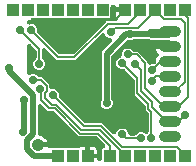
<source format=gbr>
G04 EAGLE Gerber RS-274X export*
G75*
%MOMM*%
%FSLAX34Y34*%
%LPD*%
%INBottom Copper*%
%IPPOS*%
%AMOC8*
5,1,8,0,0,1.08239X$1,22.5*%
G01*
%ADD10C,1.054000*%
%ADD11C,0.965200*%
%ADD12R,1.016000X1.016000*%
%ADD13C,0.705600*%
%ADD14C,0.508000*%
%ADD15C,0.762000*%
%ADD16C,0.152400*%
%ADD17C,0.254000*%

G36*
X147651Y25308D02*
X147651Y25308D01*
X147678Y25306D01*
X147851Y25328D01*
X148025Y25345D01*
X148050Y25353D01*
X148077Y25357D01*
X148243Y25412D01*
X148410Y25464D01*
X148433Y25476D01*
X148459Y25485D01*
X148610Y25572D01*
X148764Y25655D01*
X148784Y25672D01*
X148808Y25686D01*
X149061Y25900D01*
X150462Y27302D01*
X152319Y28071D01*
X154330Y28071D01*
X156189Y27301D01*
X156333Y27185D01*
X156482Y27063D01*
X156490Y27059D01*
X156497Y27053D01*
X156667Y26965D01*
X156838Y26875D01*
X156846Y26872D01*
X156854Y26868D01*
X157039Y26815D01*
X157224Y26760D01*
X157233Y26759D01*
X157241Y26756D01*
X157433Y26741D01*
X157625Y26723D01*
X157634Y26724D01*
X157643Y26724D01*
X157833Y26746D01*
X158025Y26767D01*
X158033Y26769D01*
X158042Y26770D01*
X158226Y26830D01*
X158409Y26888D01*
X158417Y26892D01*
X158425Y26895D01*
X158594Y26991D01*
X158761Y27083D01*
X158768Y27089D01*
X158776Y27093D01*
X158922Y27219D01*
X159068Y27343D01*
X159074Y27351D01*
X159081Y27356D01*
X159198Y27508D01*
X159318Y27659D01*
X159322Y27667D01*
X159327Y27674D01*
X159413Y27846D01*
X159500Y28018D01*
X159503Y28027D01*
X159507Y28035D01*
X159557Y28221D01*
X159608Y28406D01*
X159609Y28415D01*
X159611Y28424D01*
X159638Y28754D01*
X159638Y43628D01*
X159636Y43655D01*
X159638Y43682D01*
X159616Y43855D01*
X159598Y44029D01*
X159591Y44054D01*
X159587Y44081D01*
X159532Y44247D01*
X159480Y44414D01*
X159467Y44437D01*
X159459Y44463D01*
X159372Y44614D01*
X159288Y44768D01*
X159271Y44788D01*
X159258Y44812D01*
X159043Y45065D01*
X157003Y47105D01*
X157003Y50023D01*
X157000Y50050D01*
X157002Y50076D01*
X156980Y50250D01*
X156963Y50424D01*
X156955Y50449D01*
X156952Y50476D01*
X156896Y50641D01*
X156845Y50809D01*
X156832Y50832D01*
X156824Y50857D01*
X156736Y51009D01*
X156653Y51163D01*
X156636Y51183D01*
X156623Y51206D01*
X156408Y51459D01*
X147898Y59969D01*
X147898Y71864D01*
X147895Y71891D01*
X147897Y71917D01*
X147875Y72091D01*
X147858Y72265D01*
X147850Y72290D01*
X147847Y72317D01*
X147791Y72483D01*
X147740Y72650D01*
X147727Y72673D01*
X147719Y72699D01*
X147631Y72850D01*
X147548Y73004D01*
X147531Y73024D01*
X147518Y73047D01*
X147303Y73300D01*
X139732Y80871D01*
X139712Y80888D01*
X139694Y80908D01*
X139556Y81015D01*
X139421Y81126D01*
X139397Y81139D01*
X139376Y81155D01*
X139219Y81233D01*
X139065Y81315D01*
X139040Y81322D01*
X139016Y81334D01*
X138846Y81380D01*
X138679Y81430D01*
X138653Y81432D01*
X138627Y81439D01*
X138296Y81466D01*
X136314Y81466D01*
X134457Y82235D01*
X133035Y83657D01*
X132266Y85514D01*
X132266Y87524D01*
X133035Y89381D01*
X134457Y90802D01*
X135632Y91289D01*
X135652Y91300D01*
X135673Y91307D01*
X135829Y91395D01*
X135987Y91479D01*
X136004Y91494D01*
X136024Y91505D01*
X136159Y91621D01*
X136297Y91736D01*
X136312Y91753D01*
X136328Y91768D01*
X136438Y91909D01*
X136551Y92048D01*
X136562Y92068D01*
X136575Y92086D01*
X136655Y92246D01*
X136738Y92405D01*
X136744Y92426D01*
X136754Y92446D01*
X136801Y92620D01*
X136851Y92791D01*
X136853Y92814D01*
X136859Y92835D01*
X136886Y93166D01*
X136886Y94922D01*
X137655Y96779D01*
X139077Y98201D01*
X140934Y98970D01*
X142944Y98970D01*
X144801Y98201D01*
X146203Y96799D01*
X146224Y96782D01*
X146241Y96761D01*
X146379Y96654D01*
X146514Y96544D01*
X146538Y96531D01*
X146559Y96515D01*
X146716Y96437D01*
X146870Y96355D01*
X146896Y96347D01*
X146920Y96335D01*
X147089Y96290D01*
X147256Y96240D01*
X147283Y96238D01*
X147308Y96231D01*
X147639Y96204D01*
X150315Y96204D01*
X158567Y87951D01*
X158567Y87284D01*
X158569Y87270D01*
X158568Y87257D01*
X158589Y87071D01*
X158607Y86883D01*
X158611Y86870D01*
X158613Y86857D01*
X158670Y86678D01*
X158726Y86498D01*
X158732Y86486D01*
X158736Y86474D01*
X158828Y86310D01*
X158917Y86144D01*
X158926Y86134D01*
X158932Y86122D01*
X159054Y85980D01*
X159175Y85835D01*
X159186Y85827D01*
X159194Y85816D01*
X159342Y85700D01*
X159489Y85583D01*
X159501Y85576D01*
X159511Y85568D01*
X159680Y85483D01*
X159846Y85397D01*
X159859Y85393D01*
X159871Y85387D01*
X160052Y85338D01*
X160233Y85286D01*
X160246Y85285D01*
X160259Y85281D01*
X160446Y85268D01*
X160634Y85253D01*
X160648Y85254D01*
X160661Y85254D01*
X160847Y85278D01*
X161034Y85300D01*
X161047Y85304D01*
X161060Y85306D01*
X161376Y85407D01*
X161619Y85508D01*
X163601Y85508D01*
X163628Y85510D01*
X163655Y85508D01*
X163828Y85530D01*
X164002Y85548D01*
X164027Y85555D01*
X164054Y85559D01*
X164220Y85614D01*
X164387Y85666D01*
X164410Y85679D01*
X164436Y85687D01*
X164587Y85774D01*
X164741Y85858D01*
X164761Y85875D01*
X164785Y85888D01*
X165038Y86103D01*
X165552Y86617D01*
X165569Y86638D01*
X165589Y86655D01*
X165696Y86793D01*
X165807Y86929D01*
X165820Y86952D01*
X165836Y86973D01*
X165914Y87130D01*
X165996Y87284D01*
X166003Y87310D01*
X166015Y87334D01*
X166061Y87503D01*
X166111Y87670D01*
X166113Y87697D01*
X166120Y87723D01*
X166147Y88053D01*
X166147Y89369D01*
X167114Y91704D01*
X167712Y92301D01*
X167723Y92315D01*
X167737Y92327D01*
X167850Y92470D01*
X167967Y92613D01*
X167975Y92629D01*
X167986Y92643D01*
X168069Y92805D01*
X168155Y92969D01*
X168161Y92986D01*
X168169Y93002D01*
X168218Y93178D01*
X168270Y93355D01*
X168272Y93372D01*
X168277Y93390D01*
X168290Y93573D01*
X168307Y93756D01*
X168305Y93773D01*
X168306Y93791D01*
X168283Y93973D01*
X168263Y94156D01*
X168258Y94173D01*
X168256Y94191D01*
X168197Y94364D01*
X168142Y94540D01*
X168133Y94555D01*
X168127Y94572D01*
X168036Y94731D01*
X167947Y94892D01*
X167935Y94906D01*
X167926Y94921D01*
X167712Y95174D01*
X166776Y96110D01*
X165969Y97317D01*
X165523Y98394D01*
X176943Y98394D01*
X176960Y98396D01*
X176978Y98394D01*
X177160Y98416D01*
X177343Y98434D01*
X177360Y98439D01*
X177378Y98441D01*
X177553Y98498D01*
X177728Y98552D01*
X177744Y98560D01*
X177761Y98566D01*
X177921Y98656D01*
X178082Y98744D01*
X178096Y98755D01*
X178111Y98764D01*
X178251Y98884D01*
X178391Y99002D01*
X178403Y99015D01*
X178416Y99027D01*
X178529Y99172D01*
X178644Y99315D01*
X178652Y99331D01*
X178663Y99345D01*
X178745Y99510D01*
X178829Y99673D01*
X178834Y99690D01*
X178842Y99706D01*
X178890Y99884D01*
X178941Y100059D01*
X178942Y100077D01*
X178947Y100094D01*
X178974Y100425D01*
X178974Y101187D01*
X178972Y101205D01*
X178973Y101223D01*
X178952Y101405D01*
X178934Y101588D01*
X178929Y101605D01*
X178927Y101623D01*
X178870Y101797D01*
X178816Y101973D01*
X178807Y101988D01*
X178802Y102005D01*
X178711Y102166D01*
X178624Y102327D01*
X178613Y102340D01*
X178604Y102356D01*
X178484Y102495D01*
X178366Y102636D01*
X178352Y102647D01*
X178341Y102661D01*
X178196Y102773D01*
X178053Y102888D01*
X178037Y102897D01*
X178023Y102908D01*
X177858Y102990D01*
X177695Y103074D01*
X177678Y103079D01*
X177662Y103087D01*
X177484Y103135D01*
X177308Y103185D01*
X177291Y103187D01*
X177273Y103191D01*
X176943Y103219D01*
X165523Y103219D01*
X165754Y103775D01*
X165758Y103788D01*
X165764Y103800D01*
X165816Y103980D01*
X165870Y104161D01*
X165872Y104174D01*
X165875Y104187D01*
X165891Y104376D01*
X165909Y104562D01*
X165907Y104575D01*
X165908Y104588D01*
X165886Y104775D01*
X165867Y104962D01*
X165863Y104975D01*
X165861Y104988D01*
X165803Y105167D01*
X165747Y105346D01*
X165741Y105358D01*
X165737Y105371D01*
X165644Y105535D01*
X165554Y105700D01*
X165545Y105710D01*
X165539Y105722D01*
X165416Y105864D01*
X165295Y106008D01*
X165284Y106016D01*
X165275Y106026D01*
X165127Y106141D01*
X164980Y106259D01*
X164968Y106265D01*
X164957Y106273D01*
X164789Y106357D01*
X164622Y106443D01*
X164609Y106446D01*
X164597Y106452D01*
X164415Y106501D01*
X164234Y106552D01*
X164221Y106553D01*
X164208Y106557D01*
X163877Y106584D01*
X160864Y106584D01*
X160710Y106648D01*
X160680Y106657D01*
X160652Y106671D01*
X160487Y106715D01*
X160324Y106764D01*
X160293Y106767D01*
X160263Y106775D01*
X159932Y106803D01*
X147609Y106803D01*
X147578Y106799D01*
X147546Y106802D01*
X147377Y106779D01*
X147208Y106763D01*
X147178Y106753D01*
X147147Y106749D01*
X146831Y106648D01*
X144819Y105815D01*
X142809Y105815D01*
X142736Y105845D01*
X142714Y105852D01*
X142694Y105862D01*
X142521Y105910D01*
X142350Y105962D01*
X142328Y105964D01*
X142306Y105970D01*
X142127Y105983D01*
X141949Y106000D01*
X141927Y105997D01*
X141905Y105999D01*
X141727Y105977D01*
X141549Y105958D01*
X141528Y105951D01*
X141505Y105949D01*
X141336Y105892D01*
X141165Y105838D01*
X141145Y105827D01*
X141124Y105820D01*
X140969Y105731D01*
X140811Y105645D01*
X140794Y105631D01*
X140775Y105619D01*
X140522Y105405D01*
X128656Y93539D01*
X128639Y93518D01*
X128619Y93501D01*
X128512Y93363D01*
X128401Y93227D01*
X128388Y93204D01*
X128372Y93182D01*
X128294Y93025D01*
X128212Y92871D01*
X128205Y92846D01*
X128193Y92822D01*
X128147Y92652D01*
X128097Y92486D01*
X128095Y92459D01*
X128088Y92433D01*
X128061Y92102D01*
X128061Y56404D01*
X128064Y56373D01*
X128062Y56341D01*
X128084Y56172D01*
X128101Y56003D01*
X128110Y55973D01*
X128114Y55942D01*
X128216Y55626D01*
X129049Y53614D01*
X129049Y51604D01*
X128280Y49747D01*
X126858Y48326D01*
X125001Y47557D01*
X122991Y47557D01*
X121134Y48326D01*
X119713Y49747D01*
X118943Y51604D01*
X118943Y53614D01*
X119777Y55626D01*
X119786Y55656D01*
X119800Y55684D01*
X119844Y55849D01*
X119893Y56012D01*
X119896Y56043D01*
X119904Y56073D01*
X119931Y56404D01*
X119931Y95436D01*
X120550Y96930D01*
X121979Y98359D01*
X128209Y104589D01*
X128215Y104596D01*
X128222Y104602D01*
X128342Y104751D01*
X128465Y104901D01*
X128469Y104908D01*
X128474Y104915D01*
X128563Y105086D01*
X128653Y105256D01*
X128656Y105265D01*
X128660Y105273D01*
X128713Y105457D01*
X128768Y105642D01*
X128769Y105651D01*
X128771Y105660D01*
X128787Y105851D01*
X128804Y106043D01*
X128803Y106052D01*
X128804Y106061D01*
X128782Y106250D01*
X128761Y106443D01*
X128758Y106452D01*
X128757Y106461D01*
X128698Y106643D01*
X128639Y106827D01*
X128635Y106835D01*
X128632Y106844D01*
X128537Y107012D01*
X128445Y107180D01*
X128439Y107186D01*
X128434Y107194D01*
X128308Y107340D01*
X128184Y107487D01*
X128177Y107492D01*
X128171Y107499D01*
X128020Y107616D01*
X127868Y107736D01*
X127860Y107740D01*
X127853Y107746D01*
X127681Y107831D01*
X127509Y107919D01*
X127501Y107921D01*
X127493Y107925D01*
X127306Y107975D01*
X127121Y108027D01*
X127112Y108027D01*
X127104Y108030D01*
X126773Y108057D01*
X126392Y108057D01*
X124535Y108826D01*
X123113Y110247D01*
X122967Y110601D01*
X122960Y110613D01*
X122956Y110626D01*
X122865Y110790D01*
X122777Y110956D01*
X122768Y110967D01*
X122761Y110978D01*
X122640Y111121D01*
X122520Y111267D01*
X122510Y111275D01*
X122501Y111285D01*
X122353Y111402D01*
X122207Y111520D01*
X122196Y111527D01*
X122185Y111535D01*
X122017Y111620D01*
X121851Y111707D01*
X121838Y111711D01*
X121826Y111717D01*
X121645Y111768D01*
X121465Y111821D01*
X121451Y111822D01*
X121438Y111825D01*
X121250Y111839D01*
X121063Y111855D01*
X121050Y111854D01*
X121037Y111855D01*
X120849Y111831D01*
X120663Y111810D01*
X120651Y111806D01*
X120637Y111804D01*
X120460Y111745D01*
X120280Y111687D01*
X120268Y111680D01*
X120256Y111676D01*
X120093Y111582D01*
X119929Y111491D01*
X119918Y111482D01*
X119907Y111475D01*
X119654Y111260D01*
X97785Y89391D01*
X82000Y89391D01*
X72826Y98565D01*
X72819Y98571D01*
X72814Y98577D01*
X72664Y98698D01*
X72515Y98820D01*
X72507Y98824D01*
X72500Y98830D01*
X72329Y98918D01*
X72159Y99009D01*
X72150Y99011D01*
X72142Y99015D01*
X71958Y99068D01*
X71773Y99123D01*
X71764Y99124D01*
X71756Y99127D01*
X71564Y99142D01*
X71372Y99160D01*
X71363Y99159D01*
X71354Y99160D01*
X71165Y99137D01*
X70972Y99116D01*
X70963Y99114D01*
X70954Y99113D01*
X70772Y99053D01*
X70588Y98995D01*
X70580Y98991D01*
X70572Y98988D01*
X70403Y98893D01*
X70236Y98800D01*
X70229Y98794D01*
X70221Y98790D01*
X70075Y98664D01*
X69929Y98540D01*
X69923Y98533D01*
X69916Y98527D01*
X69799Y98375D01*
X69679Y98224D01*
X69675Y98216D01*
X69670Y98209D01*
X69583Y98035D01*
X69497Y97865D01*
X69494Y97856D01*
X69490Y97848D01*
X69440Y97662D01*
X69389Y97477D01*
X69388Y97468D01*
X69386Y97459D01*
X69359Y97129D01*
X69359Y91518D01*
X69361Y91491D01*
X69359Y91465D01*
X69381Y91291D01*
X69399Y91117D01*
X69406Y91092D01*
X69410Y91065D01*
X69465Y90900D01*
X69517Y90733D01*
X69529Y90709D01*
X69538Y90684D01*
X69625Y90532D01*
X69708Y90378D01*
X69725Y90358D01*
X69739Y90335D01*
X69954Y90082D01*
X71396Y88639D01*
X72165Y86782D01*
X72165Y84772D01*
X71396Y82915D01*
X69975Y81494D01*
X68118Y80724D01*
X66107Y80724D01*
X64250Y81494D01*
X62829Y82915D01*
X62060Y84772D01*
X62060Y86782D01*
X62829Y88639D01*
X64190Y90000D01*
X64207Y90021D01*
X64227Y90039D01*
X64334Y90177D01*
X64445Y90312D01*
X64458Y90336D01*
X64474Y90357D01*
X64552Y90514D01*
X64634Y90668D01*
X64641Y90693D01*
X64653Y90717D01*
X64699Y90887D01*
X64749Y91054D01*
X64751Y91080D01*
X64758Y91106D01*
X64785Y91437D01*
X64785Y96636D01*
X64782Y96663D01*
X64784Y96690D01*
X64763Y96864D01*
X64745Y97037D01*
X64737Y97063D01*
X64734Y97089D01*
X64678Y97255D01*
X64627Y97422D01*
X64614Y97446D01*
X64606Y97471D01*
X64519Y97622D01*
X64435Y97776D01*
X64418Y97796D01*
X64405Y97820D01*
X64190Y98073D01*
X60174Y102089D01*
X60167Y102095D01*
X60161Y102102D01*
X60012Y102222D01*
X59862Y102344D01*
X59854Y102348D01*
X59847Y102354D01*
X59677Y102442D01*
X59507Y102533D01*
X59498Y102535D01*
X59490Y102539D01*
X59305Y102593D01*
X59121Y102648D01*
X59112Y102648D01*
X59103Y102651D01*
X58912Y102667D01*
X58720Y102684D01*
X58711Y102683D01*
X58702Y102684D01*
X58513Y102662D01*
X58319Y102641D01*
X58311Y102638D01*
X58302Y102637D01*
X58120Y102577D01*
X57936Y102519D01*
X57928Y102515D01*
X57919Y102512D01*
X57751Y102417D01*
X57583Y102324D01*
X57577Y102319D01*
X57569Y102314D01*
X57423Y102188D01*
X57276Y102064D01*
X57271Y102057D01*
X57264Y102051D01*
X57147Y101900D01*
X57027Y101748D01*
X57023Y101740D01*
X57017Y101733D01*
X56932Y101561D01*
X56844Y101389D01*
X56842Y101380D01*
X56838Y101372D01*
X56788Y101186D01*
X56736Y101001D01*
X56736Y100992D01*
X56733Y100984D01*
X56706Y100653D01*
X56706Y78584D01*
X56708Y78570D01*
X56706Y78557D01*
X56727Y78371D01*
X56746Y78183D01*
X56750Y78170D01*
X56752Y78157D01*
X56809Y77979D01*
X56864Y77798D01*
X56871Y77786D01*
X56875Y77774D01*
X56967Y77609D01*
X57056Y77444D01*
X57065Y77434D01*
X57071Y77422D01*
X57194Y77278D01*
X57314Y77135D01*
X57324Y77127D01*
X57333Y77116D01*
X57482Y77000D01*
X57628Y76883D01*
X57639Y76876D01*
X57650Y76868D01*
X57819Y76783D01*
X57985Y76697D01*
X57998Y76693D01*
X58010Y76687D01*
X58192Y76638D01*
X58372Y76586D01*
X58385Y76585D01*
X58398Y76581D01*
X58586Y76568D01*
X58773Y76553D01*
X58786Y76554D01*
X58800Y76553D01*
X58988Y76578D01*
X59173Y76600D01*
X59186Y76604D01*
X59199Y76606D01*
X59515Y76707D01*
X60907Y77284D01*
X62918Y77284D01*
X64775Y76515D01*
X66176Y75113D01*
X66197Y75096D01*
X66215Y75076D01*
X66353Y74969D01*
X66488Y74858D01*
X66512Y74845D01*
X66533Y74829D01*
X66689Y74751D01*
X66844Y74669D01*
X66869Y74662D01*
X66893Y74650D01*
X67062Y74604D01*
X67230Y74554D01*
X67256Y74552D01*
X67282Y74545D01*
X67613Y74518D01*
X69494Y74518D01*
X75569Y68443D01*
X75569Y66615D01*
X75571Y66597D01*
X75570Y66580D01*
X75591Y66397D01*
X75609Y66215D01*
X75615Y66198D01*
X75617Y66180D01*
X75674Y66005D01*
X75728Y65830D01*
X75736Y65814D01*
X75742Y65797D01*
X75832Y65637D01*
X75919Y65476D01*
X75931Y65462D01*
X75939Y65446D01*
X76060Y65307D01*
X76177Y65166D01*
X76191Y65155D01*
X76203Y65142D01*
X76348Y65029D01*
X76491Y64914D01*
X76507Y64906D01*
X76521Y64895D01*
X76686Y64813D01*
X76848Y64729D01*
X76865Y64724D01*
X76881Y64716D01*
X77059Y64668D01*
X77235Y64617D01*
X77253Y64616D01*
X77270Y64611D01*
X77601Y64584D01*
X79586Y64584D01*
X81443Y63815D01*
X82865Y62393D01*
X83634Y60536D01*
X83634Y58378D01*
X83637Y58352D01*
X83635Y58327D01*
X83656Y58152D01*
X83674Y57978D01*
X83681Y57953D01*
X83685Y57927D01*
X83740Y57761D01*
X83792Y57593D01*
X83804Y57570D01*
X83813Y57545D01*
X83900Y57393D01*
X83984Y57239D01*
X84000Y57219D01*
X84013Y57196D01*
X84228Y56943D01*
X105042Y36093D01*
X105064Y36076D01*
X105082Y36055D01*
X105219Y35949D01*
X105353Y35838D01*
X105378Y35825D01*
X105400Y35808D01*
X105555Y35731D01*
X105709Y35649D01*
X105735Y35641D01*
X105760Y35629D01*
X105929Y35584D01*
X106095Y35534D01*
X106122Y35532D01*
X106149Y35524D01*
X106480Y35497D01*
X120479Y35497D01*
X129095Y26881D01*
X129105Y26873D01*
X129114Y26862D01*
X129261Y26745D01*
X129406Y26626D01*
X129418Y26620D01*
X129428Y26612D01*
X129598Y26525D01*
X129762Y26438D01*
X129774Y26434D01*
X129786Y26428D01*
X129968Y26376D01*
X130148Y26323D01*
X130161Y26322D01*
X130174Y26318D01*
X130359Y26304D01*
X130549Y26286D01*
X130562Y26288D01*
X130575Y26287D01*
X130760Y26309D01*
X130949Y26330D01*
X130962Y26334D01*
X130975Y26335D01*
X131152Y26394D01*
X131333Y26451D01*
X131345Y26458D01*
X131357Y26462D01*
X131520Y26555D01*
X131685Y26646D01*
X131695Y26655D01*
X131707Y26661D01*
X131848Y26785D01*
X131992Y26907D01*
X132000Y26917D01*
X132010Y26926D01*
X132125Y27075D01*
X132242Y27223D01*
X132248Y27234D01*
X132256Y27245D01*
X132407Y27540D01*
X133035Y29056D01*
X134457Y30477D01*
X136314Y31246D01*
X138324Y31246D01*
X140181Y30477D01*
X141602Y29056D01*
X142389Y27157D01*
X142393Y27119D01*
X142411Y26936D01*
X142417Y26919D01*
X142419Y26901D01*
X142476Y26727D01*
X142530Y26551D01*
X142538Y26536D01*
X142544Y26519D01*
X142634Y26358D01*
X142721Y26197D01*
X142733Y26184D01*
X142741Y26168D01*
X142862Y26029D01*
X142979Y25888D01*
X142993Y25877D01*
X143005Y25863D01*
X143150Y25751D01*
X143293Y25636D01*
X143309Y25627D01*
X143323Y25616D01*
X143488Y25534D01*
X143650Y25450D01*
X143667Y25445D01*
X143683Y25437D01*
X143861Y25389D01*
X144037Y25339D01*
X144055Y25337D01*
X144072Y25333D01*
X144403Y25305D01*
X147624Y25305D01*
X147651Y25308D01*
G37*
G36*
X95075Y93968D02*
X95075Y93968D01*
X95102Y93966D01*
X95276Y93987D01*
X95450Y94005D01*
X95475Y94013D01*
X95502Y94016D01*
X95667Y94072D01*
X95834Y94123D01*
X95858Y94136D01*
X95883Y94144D01*
X96035Y94232D01*
X96188Y94315D01*
X96209Y94332D01*
X96232Y94345D01*
X96485Y94560D01*
X123616Y121690D01*
X123621Y121697D01*
X123628Y121703D01*
X123748Y121852D01*
X123871Y122002D01*
X123875Y122010D01*
X123881Y122017D01*
X123969Y122188D01*
X124059Y122357D01*
X124062Y122366D01*
X124066Y122374D01*
X124119Y122559D01*
X124174Y122743D01*
X124175Y122752D01*
X124177Y122761D01*
X124193Y122952D01*
X124211Y123144D01*
X124210Y123153D01*
X124210Y123162D01*
X124188Y123350D01*
X124167Y123545D01*
X124164Y123553D01*
X124163Y123562D01*
X124104Y123744D01*
X124046Y123928D01*
X124041Y123936D01*
X124039Y123945D01*
X123944Y124113D01*
X123851Y124281D01*
X123845Y124287D01*
X123841Y124295D01*
X123715Y124440D01*
X123590Y124588D01*
X123583Y124593D01*
X123577Y124600D01*
X123426Y124717D01*
X123274Y124837D01*
X123266Y124841D01*
X123259Y124847D01*
X123087Y124932D01*
X122915Y125020D01*
X122907Y125022D01*
X122899Y125026D01*
X122712Y125076D01*
X122528Y125128D01*
X122519Y125128D01*
X122510Y125131D01*
X122179Y125158D01*
X61913Y125158D01*
X61895Y125156D01*
X61877Y125157D01*
X61695Y125136D01*
X61512Y125118D01*
X61495Y125113D01*
X61477Y125111D01*
X61303Y125054D01*
X61127Y125000D01*
X61111Y124991D01*
X61094Y124986D01*
X60934Y124895D01*
X60773Y124808D01*
X60759Y124797D01*
X60744Y124788D01*
X60604Y124668D01*
X60464Y124550D01*
X60453Y124536D01*
X60439Y124525D01*
X60326Y124379D01*
X60211Y124236D01*
X60203Y124221D01*
X60192Y124207D01*
X60110Y124042D01*
X60026Y123879D01*
X60021Y123862D01*
X60013Y123846D01*
X59965Y123668D01*
X59914Y123492D01*
X59913Y123475D01*
X58738Y123475D01*
X58720Y123473D01*
X58702Y123475D01*
X58520Y123453D01*
X58337Y123435D01*
X58320Y123430D01*
X58302Y123428D01*
X58128Y123371D01*
X57952Y123317D01*
X57936Y123308D01*
X57919Y123303D01*
X57759Y123213D01*
X57598Y123125D01*
X57584Y123114D01*
X57569Y123105D01*
X57429Y122985D01*
X57289Y122867D01*
X57278Y122854D01*
X57264Y122842D01*
X57151Y122697D01*
X57036Y122554D01*
X57028Y122538D01*
X57017Y122524D01*
X56935Y122359D01*
X56851Y122196D01*
X56846Y122179D01*
X56838Y122163D01*
X56790Y121985D01*
X56739Y121809D01*
X56738Y121792D01*
X56733Y121774D01*
X56706Y121444D01*
X56706Y121310D01*
X56708Y121297D01*
X56706Y121283D01*
X56728Y121095D01*
X56746Y120909D01*
X56750Y120897D01*
X56752Y120883D01*
X56809Y120705D01*
X56864Y120525D01*
X56871Y120513D01*
X56875Y120500D01*
X56966Y120337D01*
X57056Y120171D01*
X57065Y120160D01*
X57071Y120148D01*
X57194Y120006D01*
X57314Y119861D01*
X57324Y119853D01*
X57333Y119843D01*
X57482Y119726D01*
X57628Y119609D01*
X57640Y119603D01*
X57650Y119594D01*
X57819Y119509D01*
X57985Y119423D01*
X57998Y119420D01*
X58010Y119414D01*
X58192Y119364D01*
X58372Y119312D01*
X58385Y119311D01*
X58398Y119307D01*
X58585Y119295D01*
X58773Y119279D01*
X58786Y119281D01*
X58800Y119280D01*
X58986Y119304D01*
X59173Y119326D01*
X59186Y119330D01*
X59199Y119332D01*
X59264Y119353D01*
X61330Y119353D01*
X63187Y118584D01*
X64609Y117162D01*
X65378Y115305D01*
X65378Y113323D01*
X65380Y113296D01*
X65378Y113269D01*
X65400Y113095D01*
X65418Y112922D01*
X65425Y112896D01*
X65429Y112870D01*
X65484Y112704D01*
X65536Y112537D01*
X65549Y112513D01*
X65557Y112488D01*
X65644Y112336D01*
X65728Y112183D01*
X65745Y112163D01*
X65758Y112139D01*
X65973Y111886D01*
X83299Y94560D01*
X83320Y94543D01*
X83337Y94523D01*
X83475Y94416D01*
X83611Y94305D01*
X83634Y94292D01*
X83655Y94276D01*
X83812Y94198D01*
X83966Y94116D01*
X83992Y94109D01*
X84016Y94097D01*
X84185Y94051D01*
X84352Y94001D01*
X84379Y93999D01*
X84405Y93992D01*
X84735Y93965D01*
X95049Y93965D01*
X95075Y93968D01*
G37*
G36*
X118382Y3813D02*
X118382Y3813D01*
X118400Y3811D01*
X118582Y3832D01*
X118765Y3851D01*
X118782Y3856D01*
X118799Y3858D01*
X118974Y3915D01*
X119150Y3969D01*
X119165Y3977D01*
X119182Y3983D01*
X119342Y4073D01*
X119504Y4161D01*
X119517Y4172D01*
X119533Y4181D01*
X119672Y4301D01*
X119813Y4418D01*
X119824Y4432D01*
X119838Y4444D01*
X119950Y4589D01*
X120065Y4732D01*
X120073Y4748D01*
X120084Y4762D01*
X120166Y4927D01*
X120251Y5089D01*
X120256Y5106D01*
X120264Y5122D01*
X120311Y5301D01*
X120362Y5476D01*
X120364Y5494D01*
X120368Y5511D01*
X120395Y5842D01*
X120395Y13649D01*
X121322Y14575D01*
X121389Y14582D01*
X121398Y14585D01*
X121407Y14586D01*
X121589Y14643D01*
X121774Y14700D01*
X121782Y14705D01*
X121791Y14707D01*
X121959Y14800D01*
X122128Y14892D01*
X122135Y14898D01*
X122143Y14902D01*
X122290Y15027D01*
X122438Y15150D01*
X122443Y15157D01*
X122450Y15163D01*
X122569Y15313D01*
X122690Y15464D01*
X122694Y15471D01*
X122700Y15478D01*
X122787Y15650D01*
X122875Y15821D01*
X122878Y15829D01*
X122882Y15837D01*
X122934Y16024D01*
X122987Y16208D01*
X122988Y16217D01*
X122990Y16225D01*
X123004Y16418D01*
X123020Y16609D01*
X123019Y16618D01*
X123019Y16627D01*
X122995Y16816D01*
X122973Y17009D01*
X122970Y17017D01*
X122969Y17026D01*
X122907Y17209D01*
X122848Y17392D01*
X122843Y17400D01*
X122841Y17408D01*
X122745Y17575D01*
X122650Y17742D01*
X122644Y17749D01*
X122640Y17757D01*
X122425Y18010D01*
X116329Y24106D01*
X116308Y24123D01*
X116291Y24143D01*
X116153Y24250D01*
X116017Y24361D01*
X115994Y24373D01*
X115973Y24390D01*
X115816Y24468D01*
X115662Y24550D01*
X115636Y24557D01*
X115612Y24569D01*
X115443Y24615D01*
X115276Y24664D01*
X115249Y24667D01*
X115223Y24674D01*
X114893Y24701D01*
X100550Y24701D01*
X79714Y45537D01*
X79693Y45554D01*
X79675Y45574D01*
X79537Y45681D01*
X79402Y45792D01*
X79378Y45805D01*
X79357Y45821D01*
X79200Y45899D01*
X79046Y45981D01*
X79021Y45988D01*
X78997Y46000D01*
X78827Y46046D01*
X78660Y46096D01*
X78634Y46098D01*
X78608Y46105D01*
X78277Y46132D01*
X74459Y46132D01*
X72525Y48066D01*
X69342Y51249D01*
X69335Y51255D01*
X69329Y51261D01*
X69180Y51382D01*
X69031Y51504D01*
X69023Y51508D01*
X69016Y51514D01*
X68845Y51602D01*
X68675Y51693D01*
X68666Y51695D01*
X68658Y51699D01*
X68474Y51752D01*
X68289Y51807D01*
X68280Y51808D01*
X68272Y51811D01*
X68081Y51826D01*
X67888Y51844D01*
X67879Y51843D01*
X67870Y51844D01*
X67681Y51821D01*
X67488Y51800D01*
X67479Y51798D01*
X67470Y51797D01*
X67288Y51737D01*
X67104Y51679D01*
X67096Y51675D01*
X67088Y51672D01*
X66919Y51577D01*
X66752Y51484D01*
X66745Y51478D01*
X66737Y51474D01*
X66591Y51348D01*
X66445Y51224D01*
X66439Y51217D01*
X66432Y51211D01*
X66315Y51059D01*
X66195Y50908D01*
X66191Y50900D01*
X66185Y50893D01*
X66100Y50721D01*
X66013Y50549D01*
X66010Y50540D01*
X66006Y50532D01*
X65956Y50346D01*
X65905Y50161D01*
X65904Y50152D01*
X65902Y50143D01*
X65875Y49813D01*
X65875Y27210D01*
X65877Y27190D01*
X65875Y27170D01*
X65896Y26991D01*
X65914Y26810D01*
X65920Y26791D01*
X65923Y26771D01*
X65979Y26598D01*
X66033Y26425D01*
X66042Y26407D01*
X66048Y26388D01*
X66138Y26230D01*
X66224Y26071D01*
X66237Y26055D01*
X66247Y26038D01*
X66366Y25901D01*
X66482Y25762D01*
X66498Y25749D01*
X66511Y25734D01*
X66655Y25623D01*
X66796Y25509D01*
X66814Y25500D01*
X66830Y25488D01*
X66992Y25407D01*
X67153Y25324D01*
X67173Y25318D01*
X67191Y25309D01*
X67510Y25218D01*
X68522Y25017D01*
X69944Y24428D01*
X71223Y23573D01*
X72311Y22485D01*
X73166Y21206D01*
X73754Y19785D01*
X73803Y19538D01*
X66244Y19538D01*
X66226Y19536D01*
X66209Y19537D01*
X66026Y19516D01*
X65843Y19498D01*
X65826Y19493D01*
X65809Y19490D01*
X65634Y19433D01*
X65459Y19380D01*
X65443Y19371D01*
X65426Y19366D01*
X65266Y19275D01*
X65105Y19188D01*
X65091Y19176D01*
X65075Y19168D01*
X64936Y19047D01*
X64795Y18930D01*
X64784Y18916D01*
X64771Y18905D01*
X64658Y18759D01*
X64543Y18616D01*
X64535Y18601D01*
X64524Y18586D01*
X64442Y18422D01*
X64357Y18259D01*
X64353Y18242D01*
X64345Y18226D01*
X64297Y18048D01*
X64246Y17872D01*
X64245Y17854D01*
X64240Y17837D01*
X64213Y17506D01*
X64215Y17488D01*
X64213Y17471D01*
X64235Y17288D01*
X64253Y17105D01*
X64258Y17088D01*
X64260Y17071D01*
X64317Y16896D01*
X64371Y16721D01*
X64379Y16705D01*
X64385Y16688D01*
X64475Y16528D01*
X64563Y16367D01*
X64574Y16353D01*
X64583Y16337D01*
X64703Y16198D01*
X64820Y16057D01*
X64834Y16046D01*
X64846Y16033D01*
X64991Y15920D01*
X65134Y15805D01*
X65150Y15797D01*
X65164Y15786D01*
X65329Y15704D01*
X65491Y15619D01*
X65508Y15615D01*
X65525Y15607D01*
X65703Y15559D01*
X65878Y15508D01*
X65896Y15507D01*
X65913Y15502D01*
X66244Y15475D01*
X74382Y15475D01*
X74404Y15434D01*
X74416Y15420D01*
X74424Y15405D01*
X74545Y15266D01*
X74662Y15125D01*
X74676Y15113D01*
X74688Y15100D01*
X74833Y14987D01*
X74976Y14872D01*
X74992Y14864D01*
X75006Y14853D01*
X75171Y14771D01*
X75333Y14687D01*
X75350Y14682D01*
X75366Y14674D01*
X75545Y14626D01*
X75720Y14575D01*
X75738Y14574D01*
X75755Y14569D01*
X76086Y14542D01*
X99960Y14542D01*
X99987Y14545D01*
X100014Y14543D01*
X100187Y14565D01*
X100361Y14582D01*
X100386Y14590D01*
X100413Y14593D01*
X100579Y14649D01*
X100746Y14700D01*
X100769Y14713D01*
X100795Y14722D01*
X100946Y14809D01*
X101100Y14892D01*
X101120Y14909D01*
X101144Y14922D01*
X101262Y15023D01*
X101889Y15385D01*
X102535Y15558D01*
X105919Y15558D01*
X105919Y7938D01*
X105920Y7920D01*
X105919Y7902D01*
X105940Y7720D01*
X105958Y7537D01*
X105964Y7520D01*
X105966Y7502D01*
X106023Y7328D01*
X106077Y7152D01*
X106085Y7137D01*
X106091Y7120D01*
X106181Y6959D01*
X106268Y6798D01*
X106280Y6785D01*
X106289Y6769D01*
X106409Y6630D01*
X106526Y6489D01*
X106527Y6489D01*
X106540Y6478D01*
X106552Y6464D01*
X106697Y6351D01*
X106840Y6236D01*
X106856Y6228D01*
X106870Y6217D01*
X107035Y6135D01*
X107198Y6051D01*
X107215Y6046D01*
X107231Y6038D01*
X107409Y5990D01*
X107585Y5939D01*
X107602Y5938D01*
X107620Y5933D01*
X107950Y5906D01*
X115571Y5906D01*
X115571Y5842D01*
X115573Y5824D01*
X115571Y5806D01*
X115592Y5624D01*
X115611Y5441D01*
X115616Y5424D01*
X115618Y5407D01*
X115675Y5232D01*
X115729Y5056D01*
X115737Y5041D01*
X115743Y5024D01*
X115833Y4864D01*
X115921Y4702D01*
X115932Y4689D01*
X115941Y4673D01*
X116061Y4534D01*
X116178Y4393D01*
X116192Y4382D01*
X116204Y4368D01*
X116349Y4256D01*
X116492Y4141D01*
X116508Y4133D01*
X116522Y4122D01*
X116687Y4040D01*
X116849Y3955D01*
X116866Y3950D01*
X116882Y3942D01*
X117061Y3895D01*
X117236Y3844D01*
X117254Y3842D01*
X117271Y3838D01*
X117602Y3811D01*
X118364Y3811D01*
X118382Y3813D01*
G37*
G36*
X130934Y122157D02*
X130934Y122157D01*
X131081Y122164D01*
X131134Y122177D01*
X131190Y122183D01*
X131329Y122226D01*
X131471Y122261D01*
X131521Y122285D01*
X131574Y122301D01*
X131703Y122371D01*
X131835Y122433D01*
X131880Y122466D01*
X131928Y122493D01*
X132041Y122586D01*
X132158Y122674D01*
X132195Y122715D01*
X132238Y122751D01*
X132329Y122865D01*
X132427Y122973D01*
X132455Y123021D01*
X132490Y123064D01*
X132557Y123194D01*
X132632Y123320D01*
X132650Y123373D01*
X132676Y123422D01*
X132716Y123562D01*
X132764Y123700D01*
X132772Y123755D01*
X132787Y123809D01*
X132799Y123954D01*
X132819Y124099D01*
X132815Y124155D01*
X132820Y124210D01*
X132803Y124355D01*
X132794Y124501D01*
X132779Y124555D01*
X132773Y124610D01*
X132728Y124749D01*
X132690Y124890D01*
X132663Y124947D01*
X132648Y124992D01*
X132607Y125065D01*
X132548Y125190D01*
X132252Y125702D01*
X132079Y126348D01*
X132079Y129731D01*
X139700Y129731D01*
X139717Y129733D01*
X139735Y129731D01*
X139918Y129753D01*
X140100Y129771D01*
X140117Y129776D01*
X140135Y129778D01*
X140310Y129835D01*
X140485Y129889D01*
X140501Y129898D01*
X140518Y129903D01*
X140678Y129994D01*
X140839Y130081D01*
X140853Y130092D01*
X140868Y130101D01*
X141008Y130221D01*
X141148Y130339D01*
X141160Y130353D01*
X141173Y130364D01*
X141286Y130509D01*
X141401Y130652D01*
X141409Y130668D01*
X141420Y130682D01*
X141502Y130847D01*
X141586Y131010D01*
X141591Y131027D01*
X141599Y131043D01*
X141647Y131221D01*
X141698Y131397D01*
X141699Y131414D01*
X141704Y131432D01*
X141731Y131762D01*
X141731Y131763D01*
X141729Y131780D01*
X141731Y131798D01*
X141709Y131981D01*
X141691Y132163D01*
X141686Y132180D01*
X141684Y132198D01*
X141627Y132373D01*
X141573Y132548D01*
X141564Y132564D01*
X141559Y132581D01*
X141468Y132741D01*
X141381Y132902D01*
X141370Y132916D01*
X141361Y132931D01*
X141241Y133071D01*
X141123Y133211D01*
X141109Y133223D01*
X141098Y133236D01*
X140953Y133349D01*
X140810Y133464D01*
X140794Y133472D01*
X140780Y133483D01*
X140615Y133565D01*
X140452Y133649D01*
X140435Y133654D01*
X140419Y133662D01*
X140241Y133710D01*
X140065Y133761D01*
X140048Y133762D01*
X140030Y133767D01*
X139700Y133794D01*
X132079Y133794D01*
X132079Y133858D01*
X132077Y133876D01*
X132079Y133894D01*
X132058Y134076D01*
X132039Y134259D01*
X132034Y134276D01*
X132032Y134293D01*
X131975Y134468D01*
X131921Y134644D01*
X131913Y134659D01*
X131907Y134676D01*
X131817Y134836D01*
X131729Y134998D01*
X131718Y135011D01*
X131709Y135027D01*
X131589Y135166D01*
X131472Y135307D01*
X131458Y135318D01*
X131446Y135332D01*
X131301Y135444D01*
X131158Y135559D01*
X131142Y135567D01*
X131128Y135578D01*
X130963Y135660D01*
X130801Y135745D01*
X130784Y135750D01*
X130768Y135758D01*
X130589Y135805D01*
X130414Y135856D01*
X130396Y135858D01*
X130379Y135862D01*
X130048Y135889D01*
X129286Y135889D01*
X129268Y135887D01*
X129250Y135889D01*
X129068Y135868D01*
X128885Y135849D01*
X128868Y135844D01*
X128851Y135842D01*
X128676Y135785D01*
X128500Y135731D01*
X128485Y135723D01*
X128468Y135717D01*
X128308Y135627D01*
X128146Y135539D01*
X128133Y135528D01*
X128117Y135519D01*
X127978Y135399D01*
X127837Y135282D01*
X127826Y135268D01*
X127812Y135256D01*
X127700Y135111D01*
X127585Y134968D01*
X127577Y134952D01*
X127566Y134938D01*
X127484Y134773D01*
X127399Y134611D01*
X127394Y134594D01*
X127386Y134578D01*
X127339Y134399D01*
X127288Y134224D01*
X127286Y134206D01*
X127282Y134189D01*
X127255Y133858D01*
X127255Y126051D01*
X126814Y125611D01*
X126809Y125604D01*
X126802Y125598D01*
X126682Y125449D01*
X126559Y125299D01*
X126555Y125291D01*
X126549Y125284D01*
X126461Y125114D01*
X126371Y124943D01*
X126368Y124935D01*
X126364Y124927D01*
X126311Y124743D01*
X126256Y124557D01*
X126255Y124549D01*
X126253Y124540D01*
X126237Y124349D01*
X126219Y124156D01*
X126220Y124148D01*
X126220Y124139D01*
X126242Y123949D01*
X126263Y123756D01*
X126266Y123748D01*
X126267Y123739D01*
X126326Y123556D01*
X126384Y123372D01*
X126389Y123365D01*
X126391Y123356D01*
X126486Y123189D01*
X126579Y123020D01*
X126585Y123013D01*
X126589Y123005D01*
X126714Y122861D01*
X126840Y122713D01*
X126847Y122707D01*
X126853Y122701D01*
X127004Y122583D01*
X127156Y122463D01*
X127164Y122459D01*
X127171Y122454D01*
X127343Y122368D01*
X127515Y122281D01*
X127523Y122279D01*
X127531Y122275D01*
X127717Y122225D01*
X127902Y122173D01*
X127911Y122172D01*
X127920Y122170D01*
X128251Y122143D01*
X130789Y122143D01*
X130934Y122157D01*
G37*
%LPC*%
G36*
X109981Y9969D02*
X109981Y9969D01*
X109981Y15558D01*
X113365Y15558D01*
X114011Y15385D01*
X114590Y15051D01*
X115063Y14578D01*
X115398Y13998D01*
X115571Y13352D01*
X115571Y9969D01*
X109981Y9969D01*
G37*
%LPD*%
D10*
X66244Y17506D03*
D11*
X172498Y100806D02*
X182150Y100806D01*
X182150Y88106D02*
X172498Y88106D01*
X172498Y113506D02*
X182150Y113506D01*
X182150Y75406D02*
X172498Y75406D01*
X172498Y62706D02*
X182150Y62706D01*
X182150Y50006D02*
X172498Y50006D01*
X172498Y37306D02*
X182150Y37306D01*
X182150Y24606D02*
X172498Y24606D01*
D12*
X44450Y131763D03*
X57150Y131763D03*
X69850Y131763D03*
X120650Y131763D03*
X107950Y131763D03*
X95250Y131763D03*
X82550Y131763D03*
X127000Y7938D03*
X139700Y7938D03*
X152400Y7938D03*
X165100Y7938D03*
X177800Y7938D03*
X190500Y7938D03*
X107950Y7938D03*
X95250Y7938D03*
X82550Y7938D03*
X190500Y131763D03*
X177800Y131763D03*
X165100Y131763D03*
X152400Y131763D03*
X139700Y131763D03*
D13*
X161131Y102394D03*
D14*
X161925Y103188D01*
D15*
X175736Y102394D02*
X177324Y100806D01*
X175736Y102394D02*
X161131Y102394D01*
D13*
X112316Y97234D03*
X93266Y78184D03*
X78581Y38100D03*
X124243Y40857D03*
D14*
X127000Y38100D01*
D13*
X92472Y98822D03*
D16*
X131763Y123825D02*
X139700Y131763D01*
D17*
X131763Y123825D02*
X120650Y123825D01*
D16*
X117475Y123825D01*
X92472Y98822D01*
D15*
X175736Y111919D02*
X177324Y113506D01*
X175736Y111919D02*
X161925Y111919D01*
D13*
X161925Y111919D03*
X123996Y52609D03*
D14*
X82315Y8172D02*
X82550Y7938D01*
X82315Y8172D02*
X62377Y8172D01*
D13*
X41275Y82263D03*
X143814Y110867D03*
D14*
X160874Y110867D01*
X161925Y111919D01*
X140236Y110867D02*
X123996Y94627D01*
X140236Y110867D02*
X143814Y110867D01*
X123996Y94627D02*
X123996Y52609D01*
X62377Y8172D02*
X56910Y13640D01*
X56910Y21567D02*
X61810Y26467D01*
X61810Y59346D01*
X56910Y21567D02*
X56910Y13640D01*
X61810Y59346D02*
X41275Y79881D01*
X41275Y82263D01*
D16*
X142081Y119856D02*
X152400Y130175D01*
X142081Y119856D02*
X125016Y119856D01*
X96838Y91678D01*
X82947Y91678D02*
X60325Y114300D01*
X82947Y91678D02*
X96838Y91678D01*
D13*
X60325Y114300D03*
D16*
X152400Y130175D02*
X152400Y131763D01*
D13*
X127397Y113109D03*
D16*
X130969Y116681D02*
X150813Y116681D01*
X130969Y116681D02*
X127397Y113109D01*
X186683Y123793D02*
X190183Y120294D01*
X186683Y123793D02*
X172376Y123793D01*
X177356Y62738D02*
X181921Y62738D01*
X177356Y62738D02*
X177324Y62706D01*
X190183Y71000D02*
X190183Y120294D01*
X190183Y71000D02*
X181921Y62738D01*
X150813Y116681D02*
X165100Y130969D01*
X165100Y131763D01*
X164878Y131540D01*
X164878Y131292D01*
X172376Y123793D01*
X176518Y37306D02*
X177324Y37306D01*
D13*
X148034Y86261D03*
D16*
X175820Y38132D02*
X176518Y37306D01*
D13*
X190782Y43081D03*
D16*
X178149Y38132D02*
X177324Y37306D01*
X178149Y38132D02*
X185889Y38132D01*
X190782Y43024D02*
X190782Y43081D01*
X190782Y43024D02*
X185889Y38132D01*
X153233Y62973D02*
X153233Y81063D01*
X153233Y62973D02*
X162338Y53868D01*
X173521Y38132D02*
X175820Y38132D01*
X173521Y38132D02*
X162338Y49315D01*
X153233Y81063D02*
X148034Y86261D01*
X162338Y53868D02*
X162338Y49315D01*
X156281Y65176D02*
X156281Y87004D01*
X171450Y50006D02*
X177324Y50006D01*
X156281Y87004D02*
X149367Y93917D01*
X141939Y93917D01*
D13*
X141939Y93917D03*
D16*
X156281Y65176D02*
X171450Y50006D01*
X193231Y124390D02*
X190560Y127060D01*
X193231Y124390D02*
X193231Y57499D01*
X185738Y50006D01*
X177324Y50006D01*
X190560Y131702D02*
X190500Y131763D01*
X190560Y131702D02*
X190560Y127060D01*
X170275Y88106D02*
X162624Y80455D01*
X170275Y88106D02*
X177324Y88106D01*
D13*
X162624Y80455D03*
D16*
X166293Y75406D02*
X177324Y75406D01*
X166293Y75406D02*
X162365Y71478D01*
D13*
X162365Y71478D03*
X153325Y23019D03*
D16*
X140494Y23019D01*
D13*
X137319Y26194D03*
D16*
X140494Y23019D01*
D13*
X53181Y28575D03*
D14*
X53578Y28971D02*
X53975Y28971D01*
X53578Y28971D02*
X53181Y28575D01*
X54218Y29214D02*
X54218Y55408D01*
X54218Y29214D02*
X53975Y28971D01*
D13*
X54218Y55408D03*
X67113Y85777D03*
D16*
X67072Y98425D02*
X51070Y114427D01*
D13*
X51070Y114427D03*
D16*
X67072Y85818D02*
X67113Y85777D01*
X67072Y85818D02*
X67072Y98425D01*
D13*
X161925Y23019D03*
D16*
X161925Y45417D01*
X159290Y48052D01*
X159290Y51812D02*
X150185Y60917D01*
X150185Y73653D02*
X137319Y86519D01*
X150185Y73653D02*
X150185Y60917D01*
D13*
X137319Y86519D03*
D16*
X159290Y51812D02*
X159290Y48052D01*
D13*
X61913Y72231D03*
D16*
X68547Y72231D01*
X118269Y30163D02*
X139700Y8731D01*
X139700Y7938D01*
X77430Y51499D02*
X72104Y56825D01*
X77430Y51499D02*
X81395Y51482D01*
X102715Y30163D01*
X72104Y56825D02*
X72104Y61501D01*
X102715Y30163D02*
X118269Y30163D01*
X73283Y62679D02*
X73283Y67496D01*
X73283Y62679D02*
X72104Y61501D01*
X73283Y67496D02*
X68547Y72231D01*
D13*
X67469Y65088D03*
D16*
X68263Y64294D01*
X68263Y55563D01*
X116681Y26988D02*
X127000Y16669D01*
X127000Y7938D01*
X75406Y48419D02*
X68263Y55563D01*
X75406Y48419D02*
X80066Y48419D01*
X101497Y26988D01*
X116681Y26988D01*
X189929Y8509D02*
X190500Y7938D01*
X189929Y8509D02*
X189929Y9202D01*
X183255Y15875D02*
X136867Y15875D01*
X183255Y15875D02*
X189929Y9202D01*
X136867Y15875D02*
X119531Y33211D01*
X104689Y33211D01*
X78581Y59363D02*
X78581Y59531D01*
X78581Y59363D02*
X104689Y33211D01*
D13*
X78581Y59531D03*
M02*

</source>
